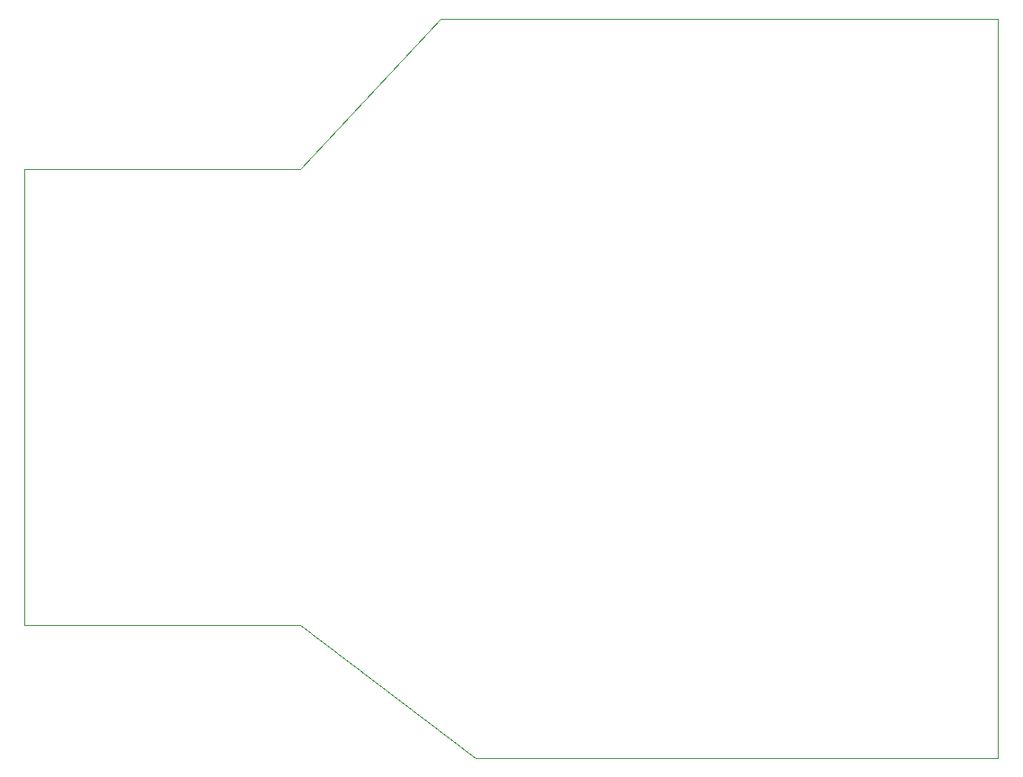
<source format=gbr>
%TF.GenerationSoftware,KiCad,Pcbnew,8.0.6-1.fc40*%
%TF.CreationDate,2024-12-16T09:47:34-08:00*%
%TF.ProjectId,energy_meter,656e6572-6779-45f6-9d65-7465722e6b69,0*%
%TF.SameCoordinates,Original*%
%TF.FileFunction,Profile,NP*%
%FSLAX46Y46*%
G04 Gerber Fmt 4.6, Leading zero omitted, Abs format (unit mm)*
G04 Created by KiCad (PCBNEW 8.0.6-1.fc40) date 2024-12-16 09:47:34*
%MOMM*%
%LPD*%
G01*
G04 APERTURE LIST*
%TA.AperFunction,Profile*%
%ADD10C,0.050000*%
%TD*%
G04 APERTURE END LIST*
D10*
X165700000Y-112500000D02*
X116500000Y-112500000D01*
X100000000Y-100000000D01*
X74000000Y-100000000D01*
X74000000Y-57000000D01*
X100000000Y-57000000D01*
X113200000Y-42900000D01*
X165700000Y-42900000D01*
X165700000Y-112500000D01*
M02*

</source>
